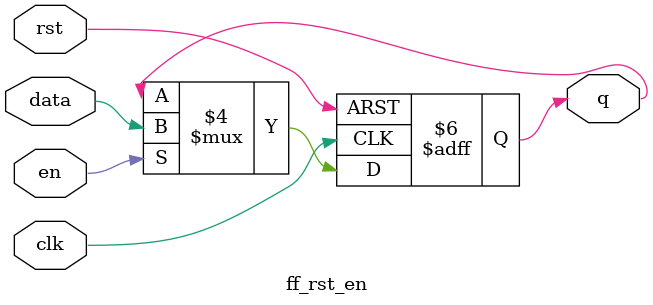
<source format=v>
module ff_rst_en (
    data,
    clk,
    rst,
    en,
    q
);
  input data, clk, rst, en;
  output q;
  reg q;
  always @(posedge clk or negedge rst)
    if (~rst) q = 1'b0;
    else if (en) q = data;
endmodule

</source>
